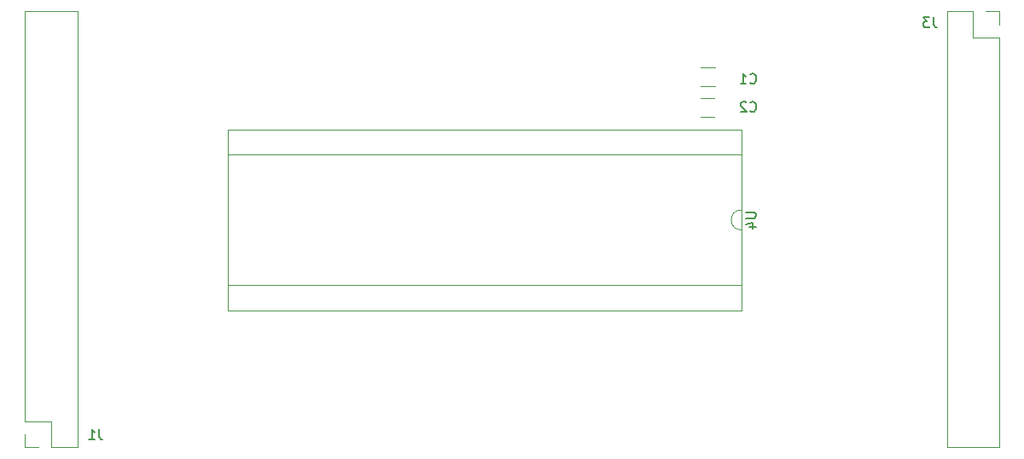
<source format=gbr>
%TF.GenerationSoftware,KiCad,Pcbnew,8.0.7-8.0.7-0~ubuntu22.04.1*%
%TF.CreationDate,2025-01-28T11:11:41+01:00*%
%TF.ProjectId,EF9366,45463933-3636-42e6-9b69-6361645f7063,rev?*%
%TF.SameCoordinates,Original*%
%TF.FileFunction,Legend,Bot*%
%TF.FilePolarity,Positive*%
%FSLAX46Y46*%
G04 Gerber Fmt 4.6, Leading zero omitted, Abs format (unit mm)*
G04 Created by KiCad (PCBNEW 8.0.7-8.0.7-0~ubuntu22.04.1) date 2025-01-28 11:11:41*
%MOMM*%
%LPD*%
G01*
G04 APERTURE LIST*
%ADD10C,0.150000*%
%ADD11C,0.120000*%
G04 APERTURE END LIST*
D10*
X123610666Y-77575580D02*
X123658285Y-77623200D01*
X123658285Y-77623200D02*
X123801142Y-77670819D01*
X123801142Y-77670819D02*
X123896380Y-77670819D01*
X123896380Y-77670819D02*
X124039237Y-77623200D01*
X124039237Y-77623200D02*
X124134475Y-77527961D01*
X124134475Y-77527961D02*
X124182094Y-77432723D01*
X124182094Y-77432723D02*
X124229713Y-77242247D01*
X124229713Y-77242247D02*
X124229713Y-77099390D01*
X124229713Y-77099390D02*
X124182094Y-76908914D01*
X124182094Y-76908914D02*
X124134475Y-76813676D01*
X124134475Y-76813676D02*
X124039237Y-76718438D01*
X124039237Y-76718438D02*
X123896380Y-76670819D01*
X123896380Y-76670819D02*
X123801142Y-76670819D01*
X123801142Y-76670819D02*
X123658285Y-76718438D01*
X123658285Y-76718438D02*
X123610666Y-76766057D01*
X123229713Y-76766057D02*
X123182094Y-76718438D01*
X123182094Y-76718438D02*
X123086856Y-76670819D01*
X123086856Y-76670819D02*
X122848761Y-76670819D01*
X122848761Y-76670819D02*
X122753523Y-76718438D01*
X122753523Y-76718438D02*
X122705904Y-76766057D01*
X122705904Y-76766057D02*
X122658285Y-76861295D01*
X122658285Y-76861295D02*
X122658285Y-76956533D01*
X122658285Y-76956533D02*
X122705904Y-77099390D01*
X122705904Y-77099390D02*
X123277332Y-77670819D01*
X123277332Y-77670819D02*
X122658285Y-77670819D01*
X123610666Y-74781580D02*
X123658285Y-74829200D01*
X123658285Y-74829200D02*
X123801142Y-74876819D01*
X123801142Y-74876819D02*
X123896380Y-74876819D01*
X123896380Y-74876819D02*
X124039237Y-74829200D01*
X124039237Y-74829200D02*
X124134475Y-74733961D01*
X124134475Y-74733961D02*
X124182094Y-74638723D01*
X124182094Y-74638723D02*
X124229713Y-74448247D01*
X124229713Y-74448247D02*
X124229713Y-74305390D01*
X124229713Y-74305390D02*
X124182094Y-74114914D01*
X124182094Y-74114914D02*
X124134475Y-74019676D01*
X124134475Y-74019676D02*
X124039237Y-73924438D01*
X124039237Y-73924438D02*
X123896380Y-73876819D01*
X123896380Y-73876819D02*
X123801142Y-73876819D01*
X123801142Y-73876819D02*
X123658285Y-73924438D01*
X123658285Y-73924438D02*
X123610666Y-73972057D01*
X122658285Y-74876819D02*
X123229713Y-74876819D01*
X122943999Y-74876819D02*
X122943999Y-73876819D01*
X122943999Y-73876819D02*
X123039237Y-74019676D01*
X123039237Y-74019676D02*
X123134475Y-74114914D01*
X123134475Y-74114914D02*
X123229713Y-74162533D01*
X141811333Y-68288819D02*
X141811333Y-69003104D01*
X141811333Y-69003104D02*
X141858952Y-69145961D01*
X141858952Y-69145961D02*
X141954190Y-69241200D01*
X141954190Y-69241200D02*
X142097047Y-69288819D01*
X142097047Y-69288819D02*
X142192285Y-69288819D01*
X141430380Y-68288819D02*
X140811333Y-68288819D01*
X140811333Y-68288819D02*
X141144666Y-68669771D01*
X141144666Y-68669771D02*
X141001809Y-68669771D01*
X141001809Y-68669771D02*
X140906571Y-68717390D01*
X140906571Y-68717390D02*
X140858952Y-68765009D01*
X140858952Y-68765009D02*
X140811333Y-68860247D01*
X140811333Y-68860247D02*
X140811333Y-69098342D01*
X140811333Y-69098342D02*
X140858952Y-69193580D01*
X140858952Y-69193580D02*
X140906571Y-69241200D01*
X140906571Y-69241200D02*
X141001809Y-69288819D01*
X141001809Y-69288819D02*
X141287523Y-69288819D01*
X141287523Y-69288819D02*
X141382761Y-69241200D01*
X141382761Y-69241200D02*
X141430380Y-69193580D01*
X59007333Y-109182819D02*
X59007333Y-109897104D01*
X59007333Y-109897104D02*
X59054952Y-110039961D01*
X59054952Y-110039961D02*
X59150190Y-110135200D01*
X59150190Y-110135200D02*
X59293047Y-110182819D01*
X59293047Y-110182819D02*
X59388285Y-110182819D01*
X58007333Y-110182819D02*
X58578761Y-110182819D01*
X58293047Y-110182819D02*
X58293047Y-109182819D01*
X58293047Y-109182819D02*
X58388285Y-109325676D01*
X58388285Y-109325676D02*
X58483523Y-109420914D01*
X58483523Y-109420914D02*
X58578761Y-109468533D01*
X123196819Y-87630095D02*
X124006342Y-87630095D01*
X124006342Y-87630095D02*
X124101580Y-87677714D01*
X124101580Y-87677714D02*
X124149200Y-87725333D01*
X124149200Y-87725333D02*
X124196819Y-87820571D01*
X124196819Y-87820571D02*
X124196819Y-88011047D01*
X124196819Y-88011047D02*
X124149200Y-88106285D01*
X124149200Y-88106285D02*
X124101580Y-88153904D01*
X124101580Y-88153904D02*
X124006342Y-88201523D01*
X124006342Y-88201523D02*
X123196819Y-88201523D01*
X123530152Y-89106285D02*
X124196819Y-89106285D01*
X123149200Y-88868190D02*
X123863485Y-88630095D01*
X123863485Y-88630095D02*
X123863485Y-89249142D01*
D11*
%TO.C,C2*%
X118668748Y-78126000D02*
X120091252Y-78126000D01*
X118668748Y-76306000D02*
X120091252Y-76306000D01*
%TO.C,C1*%
X118707248Y-75078000D02*
X120129752Y-75078000D01*
X118707248Y-73258000D02*
X120129752Y-73258000D01*
%TO.C,J3*%
X143130000Y-67670000D02*
X145730000Y-67670000D01*
X143130000Y-110970000D02*
X143130000Y-67670000D01*
X143130000Y-110970000D02*
X148330000Y-110970000D01*
X145730000Y-67670000D02*
X145730000Y-70270000D01*
X145730000Y-70270000D02*
X148330000Y-70270000D01*
X147000000Y-67670000D02*
X148330000Y-67670000D01*
X148330000Y-67670000D02*
X148330000Y-69000000D01*
X148330000Y-110970000D02*
X148330000Y-70270000D01*
%TO.C,J1*%
X51670000Y-67670000D02*
X51670000Y-108370000D01*
X51670000Y-110970000D02*
X51670000Y-109640000D01*
X53000000Y-110970000D02*
X51670000Y-110970000D01*
X54270000Y-108370000D02*
X51670000Y-108370000D01*
X54270000Y-110970000D02*
X54270000Y-108370000D01*
X56870000Y-67670000D02*
X51670000Y-67670000D01*
X56870000Y-67670000D02*
X56870000Y-110970000D01*
X56870000Y-110970000D02*
X54270000Y-110970000D01*
%TO.C,U4*%
X71762000Y-97342000D02*
X122802000Y-97342000D01*
X71762000Y-79442000D02*
X71762000Y-97342000D01*
X71822000Y-94852000D02*
X122742000Y-94852000D01*
X71822000Y-81932000D02*
X71822000Y-94852000D01*
X122742000Y-94852000D02*
X122742000Y-89392000D01*
X122742000Y-87392000D02*
X122742000Y-81932000D01*
X122742000Y-81932000D02*
X71822000Y-81932000D01*
X122802000Y-97342000D02*
X122802000Y-79442000D01*
X122802000Y-79442000D02*
X71762000Y-79442000D01*
X122742000Y-89392000D02*
G75*
G02*
X122742000Y-87392000I0J1000000D01*
G01*
%TD*%
M02*

</source>
